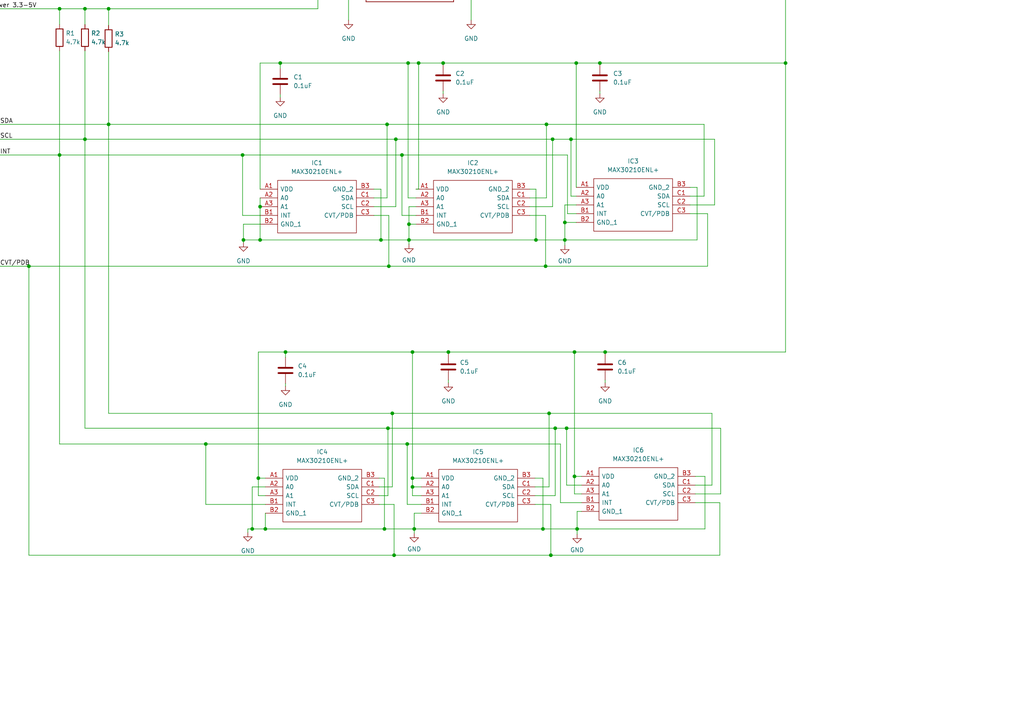
<source format=kicad_sch>
(kicad_sch (version 20230121) (generator eeschema)
  (paper "A4")
  (lib_symbols
    (symbol "Connector:Conn_01x03_Socket" (pin_names (offset 1.016) hide)
      (property "Reference" "J" (at 0 5.08 0))
      (property "Value" "Conn_01x03_Socket" (at 0 -5.08 0))
      (symbol "Conn_01x03_Socket_1_1"
        (arc (start 0 -2.032) (mid -0.5058 -2.54) (end 0 -3.048) (stroke (width 0.1524)))
        (polyline (pts (xy -1.27 -2.54) (xy -0.508 -2.54)) (stroke (width 0.1524)))
        (polyline (pts (xy -1.27 0) (xy -0.508 0)) (stroke (width 0.1524)))
        (polyline (pts (xy -1.27 2.54) (xy -0.508 2.54)) (stroke (width 0.1524)))
        (arc (start 0 0.508) (mid -0.5058 0) (end 0 -0.508) (stroke (width 0.1524)))
        (arc (start 0 3.048) (mid -0.5058 2.54) (end 0 2.032) (stroke (width 0.1524)))
        (pin passive line (at -5.08 2.54 0) (length 3.81) (name "Pin_1") (number "1"))
        (pin passive line (at -5.08 0 0) (length 3.81) (name "Pin_2") (number "2"))
        (pin passive line (at -5.08 -2.54 0) (length 3.81) (name "Pin_3") (number "3"))
      )
    )
    (symbol "Connector:Conn_01x04_Socket" (pin_names (offset 1.016) hide)
      (property "Reference" "J" (at 0 5.08 0))
      (property "Value" "Conn_01x04_Socket" (at 0 -7.62 0))
      (symbol "Conn_01x04_Socket_1_1"
        (arc (start 0 -4.572) (mid -0.5058 -5.08) (end 0 -5.588) (stroke (width 0.1524)))
        (arc (start 0 -2.032) (mid -0.5058 -2.54) (end 0 -3.048) (stroke (width 0.1524)))
        (polyline (pts (xy -1.27 -5.08) (xy -0.508 -5.08)) (stroke (width 0.1524)))
        (polyline (pts (xy -1.27 -2.54) (xy -0.508 -2.54)) (stroke (width 0.1524)))
        (polyline (pts (xy -1.27 0) (xy -0.508 0)) (stroke (width 0.1524)))
        (polyline (pts (xy -1.27 2.54) (xy -0.508 2.54)) (stroke (width 0.1524)))
        (arc (start 0 0.508) (mid -0.5058 0) (end 0 -0.508) (stroke (width 0.1524)))
        (arc (start 0 3.048) (mid -0.5058 2.54) (end 0 2.032) (stroke (width 0.1524)))
        (pin passive line (at -5.08 2.54 0) (length 3.81) (name "Pin_1") (number "1"))
        (pin passive line (at -5.08 0 0) (length 3.81) (name "Pin_2") (number "2"))
        (pin passive line (at -5.08 -2.54 0) (length 3.81) (name "Pin_3") (number "3"))
        (pin passive line (at -5.08 -5.08 0) (length 3.81) (name "Pin_4") (number "4"))
      )
    )
    (symbol "Device:C" (pin_numbers hide) (pin_names (offset 0.254))
      (property "Reference" "C" (at 0.635 2.54 0))
      (property "Value" "C" (at 0.635 -2.54 0))
      (symbol "C_0_1"
        (polyline (pts (xy -2.032 -0.762) (xy 2.032 -0.762)) (stroke (width 0.508)))
        (polyline (pts (xy -2.032 0.762) (xy 2.032 0.762)) (stroke (width 0.508)))
      )
      (symbol "C_1_1"
        (pin passive line (at 0 3.81 270) (length 2.794) (name "~") (number "1"))
        (pin passive line (at 0 -3.81 90) (length 2.794) (name "~") (number "2"))
      )
    )
    (symbol "Device:R" (pin_numbers hide) (pin_names (offset 0))
      (property "Reference" "R" (at 2.032 0 90))
      (property "Value" "R" (at 0 0 90))
      (symbol "R_0_1"
        (rectangle (start -1.016 -2.54) (end 1.016 2.54) (stroke (width 0.254)))
      )
      (symbol "R_1_1"
        (pin passive line (at 0 3.81 270) (length 1.27) (name "~") (number "1"))
        (pin passive line (at 0 -3.81 90) (length 1.27) (name "~") (number "2"))
      )
    )
    (symbol "MAX30210:MAX30210ENL+" (pin_names (offset 0.762))
      (property "Reference" "IC" (at 29.21 7.62 0))
      (property "Value" "MAX30210ENL+" (at 29.21 5.08 0))
      (symbol "MAX30210ENL+_0_0"
        (pin passive line (at 0 0 0) (length 5.08) (name "VDD") (number "A1"))
        (pin passive line (at 0 -2.54 0) (length 5.08) (name "A0") (number "A2"))
        (pin passive line (at 0 -5.08 0) (length 5.08) (name "A1") (number "A3"))
        (pin passive line (at 0 -7.62 0) (length 5.08) (name "INT") (number "B1"))
        (pin passive line (at 0 -10.16 0) (length 5.08) (name "GND_1") (number "B2"))
        (pin passive line (at 33.02 0 180) (length 5.08) (name "GND_2") (number "B3"))
        (pin passive line (at 33.02 -2.54 180) (length 5.08) (name "SDA") (number "C1"))
        (pin passive line (at 33.02 -5.08 180) (length 5.08) (name "SCL") (number "C2"))
        (pin passive line (at 33.02 -7.62 180) (length 5.08) (name "CVT/PDB") (number "C3"))
      )
      (symbol "MAX30210ENL+_0_1"
        (polyline (pts (xy 5.08 2.54) (xy 27.94 2.54) (xy 27.94 -12.7) (xy 5.08 -12.7) (xy 5.08 2.54)) (stroke (width 0.1524)))
      )
    )
    (symbol "TI_LDO_ TPS7A2018PDBVR:TPS7A2018PDBVR" (pin_names (offset 0.254))
      (property "Reference" "U" (at 0 2.54 0))
      (property "Value" "TPS7A2018PDBVR" (at 0 0 0))
      (symbol "TPS7A2018PDBVR_0_1"
        (polyline (pts (xy 5.08 -12.7) (xy 30.48 -12.7)) (stroke (width 0.2032)))
        (polyline (pts (xy 5.08 5.08) (xy 5.08 -12.7)) (stroke (width 0.2032)))
        (polyline (pts (xy 30.48 -12.7) (xy 30.48 5.08)) (stroke (width 0.2032)))
        (polyline (pts (xy 30.48 5.08) (xy 5.08 5.08)) (stroke (width 0.2032)))
        (pin power_in line (at 0 0 0) (length 5.08) (name "IN") (number "1"))
        (pin power_in line (at 35.56 -10.16 180) (length 5.08) (name "GND") (number "2"))
        (pin input line (at 0 -5.08 0) (length 5.08) (name "EN") (number "3"))
        (pin unspecified line (at 0 -10.16 0) (length 5.08) (name "NC") (number "4"))
        (pin unspecified line (at 35.56 0 180) (length 5.08) (name "OUT") (number "5"))
      )
    )
    (symbol "power:GND" (power) (pin_names (offset 0))
      (property "Value" "GND" (at 0 -3.81 0))
      (symbol "GND_0_1"
        (polyline (pts (xy 0 0) (xy 0 -1.27) (xy 1.27 -1.27) (xy 0 -2.54) (xy -1.27 -1.27) (xy 0 -1.27)))
      )
      (symbol "GND_1_1"
        (pin power_in line (at 0 0 270) (length 0) hide (name "GND") (number "1"))
      )
    )
  )
  (junction (at 121.412 18.288))
  (junction (at 157.48 153.416))
  (junction (at 114.3 161.036))
  (junction (at 24.638 2.54))
  (junction (at 118.618 69.596))
  (junction (at 24.638 40.386))
  (junction (at 167.132 18.288))
  (junction (at 120.142 153.416))
  (junction (at 110.49 69.596))
  (junction (at 163.83 69.596))
  (junction (at 159.258 119.888))
  (junction (at 163.83 64.516))
  (junction (at 166.624 138.176))
  (junction (at 96.52 -12.192))
  (junction (at 159.766 161.036))
  (junction (at 118.364 18.288))
  (junction (at 31.496 2.54))
  (junction (at 112.776 77.216))
  (junction (at 17.272 2.54))
  (junction (at 112.268 36.068))
  (junction (at 119.634 141.224))
  (junction (at 116.586 44.958))
  (junction (at 227.838 18.288))
  (junction (at 76.962 153.416))
  (junction (at 70.612 69.596))
  (junction (at 175.514 102.108))
  (junction (at 59.69 128.778))
  (junction (at 75.438 69.596))
  (junction (at 74.93 138.684))
  (junction (at 164.338 124.206))
  (junction (at 160.274 40.386))
  (junction (at 128.524 18.288))
  (junction (at 165.608 40.386))
  (junction (at 173.99 18.288))
  (junction (at 119.634 102.108))
  (junction (at 167.386 153.416))
  (junction (at 114.808 40.386))
  (junction (at 113.792 119.888))
  (junction (at 158.242 77.216))
  (junction (at 140.208 -12.192))
  (junction (at 75.438 59.944))
  (junction (at 166.624 102.108))
  (junction (at 118.618 65.024))
  (junction (at 158.496 36.068))
  (junction (at 111.506 153.416))
  (junction (at 118.11 128.778))
  (junction (at 31.496 36.068))
  (junction (at 17.272 44.958))
  (junction (at 70.358 44.958))
  (junction (at 73.152 153.416))
  (junction (at 81.28 18.288))
  (junction (at 112.522 124.206))
  (junction (at 130.048 102.108))
  (junction (at 161.036 124.206))
  (junction (at 8.382 77.216))
  (junction (at 119.634 138.684))
  (junction (at 155.448 69.596))
  (junction (at 82.804 102.108))
  (wire (pts (xy 158.496 57.404) (xy 153.67 57.404)))
  (wire (pts (xy 112.522 124.206) (xy 161.036 124.206)))
  (wire (pts (xy 70.358 62.484) (xy 75.438 62.484)))
  (wire (pts (xy 96.52 -20.574) (xy 96.52 -19.812)))
  (wire (pts (xy 201.676 138.176) (xy 204.47 138.176)))
  (wire (pts (xy 71.882 153.416) (xy 71.882 154.432)))
  (wire (pts (xy 128.524 26.416) (xy 128.524 27.178)))
  (wire (pts (xy 75.438 18.288) (xy 81.28 18.288)))
  (wire (pts (xy 75.438 57.404) (xy 75.438 59.944)))
  (wire (pts (xy 114.808 40.386) (xy 160.274 40.386)))
  (wire (pts (xy 70.612 69.596) (xy 70.612 70.358)))
  (wire (pts (xy 92.202 2.54) (xy 92.202 -12.192)))
  (wire (pts (xy 155.448 54.864) (xy 155.448 69.596)))
  (wire (pts (xy 158.496 36.068) (xy 158.496 57.404)))
  (wire (pts (xy 76.962 141.224) (xy 73.152 141.224)))
  (wire (pts (xy 17.272 44.958) (xy 17.272 128.778)))
  (wire (pts (xy 101.092 -2.032) (xy 101.092 5.842)))
  (wire (pts (xy 120.142 153.416) (xy 157.48 153.416)))
  (wire (pts (xy 161.036 124.206) (xy 164.338 124.206)))
  (wire (pts (xy 159.258 119.888) (xy 206.502 119.888)))
  (wire (pts (xy 130.048 102.108) (xy 130.048 102.616)))
  (wire (pts (xy 76.962 146.304) (xy 59.69 146.304)))
  (wire (pts (xy 167.386 153.416) (xy 167.386 148.336)))
  (wire (pts (xy 8.382 77.216) (xy 112.776 77.216)))
  (wire (pts (xy 76.962 153.416) (xy 111.506 153.416)))
  (wire (pts (xy 120.65 62.484) (xy 116.586 62.484)))
  (wire (pts (xy 109.982 138.684) (xy 111.506 138.684)))
  (wire (pts (xy 73.152 141.224) (xy 73.152 153.416)))
  (wire (pts (xy 111.506 153.416) (xy 120.142 153.416)))
  (wire (pts (xy 205.232 61.976) (xy 200.152 61.976)))
  (wire (pts (xy 114.3 161.036) (xy 159.766 161.036)))
  (wire (pts (xy 163.83 59.436) (xy 167.132 59.436)))
  (wire (pts (xy 160.274 40.386) (xy 160.274 59.944)))
  (wire (pts (xy 165.608 40.386) (xy 207.264 40.386)))
  (wire (pts (xy 74.93 102.108) (xy 82.804 102.108)))
  (wire (pts (xy 109.982 146.304) (xy 114.3 146.304)))
  (wire (pts (xy 158.496 36.068) (xy 204.216 36.068)))
  (wire (pts (xy 155.448 69.596) (xy 163.83 69.596)))
  (wire (pts (xy 108.458 59.944) (xy 114.808 59.944)))
  (wire (pts (xy 175.514 110.236) (xy 175.514 110.998)))
  (wire (pts (xy 206.502 140.716) (xy 206.502 119.888)))
  (wire (pts (xy 175.514 102.108) (xy 227.838 102.108)))
  (wire (pts (xy 204.47 138.176) (xy 204.47 153.416)))
  (wire (pts (xy 118.11 146.304) (xy 118.11 128.778)))
  (wire (pts (xy 128.524 18.288) (xy 128.524 18.796)))
  (wire (pts (xy 166.624 143.256) (xy 168.656 143.256)))
  (wire (pts (xy 8.382 77.216) (xy 8.382 161.036)))
  (wire (pts (xy 74.93 143.764) (xy 76.962 143.764)))
  (wire (pts (xy 75.438 59.944) (xy 75.438 69.596)))
  (wire (pts (xy 112.776 77.216) (xy 158.242 77.216)))
  (wire (pts (xy 159.258 119.888) (xy 159.258 141.224)))
  (wire (pts (xy 157.48 138.684) (xy 157.48 153.416)))
  (wire (pts (xy 155.194 138.684) (xy 157.48 138.684)))
  (wire (pts (xy 205.232 61.976) (xy 205.232 77.216)))
  (wire (pts (xy 119.634 102.108) (xy 119.634 138.684)))
  (wire (pts (xy 70.612 69.596) (xy 75.438 69.596)))
  (wire (pts (xy 201.676 143.256) (xy 209.042 143.256)))
  (wire (pts (xy 207.264 40.386) (xy 207.264 59.436)))
  (wire (pts (xy 166.624 138.176) (xy 166.624 143.256)))
  (wire (pts (xy 159.766 146.304) (xy 159.766 161.036)))
  (wire (pts (xy 128.524 18.288) (xy 167.132 18.288)))
  (wire (pts (xy 136.652 -12.192) (xy 140.208 -12.192)))
  (wire (pts (xy 82.804 102.108) (xy 82.804 103.632)))
  (wire (pts (xy 227.838 -12.192) (xy 227.838 18.288)))
  (wire (pts (xy 153.67 59.944) (xy 160.274 59.944)))
  (wire (pts (xy 165.608 56.896) (xy 167.132 56.896)))
  (wire (pts (xy 114.3 146.304) (xy 114.3 161.036)))
  (wire (pts (xy 118.618 69.596) (xy 155.448 69.596)))
  (wire (pts (xy 81.28 18.288) (xy 81.28 19.812)))
  (wire (pts (xy 121.412 18.288) (xy 121.412 54.864)))
  (wire (pts (xy 173.99 26.416) (xy 173.99 27.178)))
  (wire (pts (xy 158.242 62.484) (xy 158.242 77.216)))
  (wire (pts (xy 81.28 18.288) (xy 118.364 18.288)))
  (wire (pts (xy 24.638 2.54) (xy 24.638 7.112)))
  (wire (pts (xy 155.194 143.764) (xy 161.036 143.764)))
  (wire (pts (xy 208.788 145.796) (xy 201.676 145.796)))
  (wire (pts (xy 163.83 69.596) (xy 163.83 71.12)))
  (wire (pts (xy 70.358 44.958) (xy 116.586 44.958)))
  (wire (pts (xy 31.496 14.986) (xy 31.496 36.068)))
  (wire (pts (xy 70.612 65.024) (xy 70.612 69.596)))
  (wire (pts (xy 204.216 56.896) (xy 204.216 36.068)))
  (wire (pts (xy 159.766 161.036) (xy 208.788 161.036)))
  (wire (pts (xy 24.638 40.386) (xy 114.808 40.386)))
  (wire (pts (xy 24.638 2.54) (xy 31.496 2.54)))
  (wire (pts (xy 118.618 65.024) (xy 120.65 65.024)))
  (wire (pts (xy 110.49 69.596) (xy 118.618 69.596)))
  (wire (pts (xy 59.69 128.778) (xy 118.11 128.778)))
  (wire (pts (xy 122.174 146.304) (xy 118.11 146.304)))
  (wire (pts (xy 118.11 128.778) (xy 162.56 128.778)))
  (wire (pts (xy 159.766 146.304) (xy 155.194 146.304)))
  (wire (pts (xy 82.804 102.108) (xy 119.634 102.108)))
  (wire (pts (xy 73.152 153.416) (xy 76.962 153.416)))
  (wire (pts (xy 71.882 153.416) (xy 73.152 153.416)))
  (wire (pts (xy 227.838 102.108) (xy 227.838 18.288)))
  (wire (pts (xy 70.358 44.958) (xy 70.358 62.484)))
  (wire (pts (xy 130.048 102.108) (xy 166.624 102.108)))
  (wire (pts (xy 166.624 102.108) (xy 175.514 102.108)))
  (wire (pts (xy 164.338 140.716) (xy 164.338 124.206)))
  (wire (pts (xy 163.83 69.596) (xy 202.184 69.596)))
  (wire (pts (xy 17.272 128.778) (xy 59.69 128.778)))
  (wire (pts (xy 118.364 18.288) (xy 121.412 18.288)))
  (wire (pts (xy 114.808 40.386) (xy 114.808 59.944)))
  (wire (pts (xy 167.132 18.288) (xy 173.99 18.288)))
  (wire (pts (xy 119.634 138.684) (xy 119.634 141.224)))
  (wire (pts (xy 200.152 59.436) (xy 207.264 59.436)))
  (wire (pts (xy 173.99 18.288) (xy 227.838 18.288)))
  (wire (pts (xy 31.496 36.068) (xy 31.496 119.888)))
  (wire (pts (xy 17.272 44.958) (xy 70.358 44.958)))
  (wire (pts (xy 120.142 148.844) (xy 122.174 148.844)))
  (wire (pts (xy 208.788 161.036) (xy 208.788 145.796)))
  (wire (pts (xy 209.042 143.256) (xy 209.042 124.206)))
  (wire (pts (xy 122.174 143.764) (xy 119.634 143.764)))
  (wire (pts (xy 118.618 65.024) (xy 118.618 69.596)))
  (wire (pts (xy 164.338 124.206) (xy 209.042 124.206)))
  (wire (pts (xy 120.142 154.686) (xy 120.142 153.416)))
  (wire (pts (xy 0 36.068) (xy 31.496 36.068)))
  (wire (pts (xy 59.69 146.304) (xy 59.69 128.778)))
  (wire (pts (xy 121.412 18.288) (xy 128.524 18.288)))
  (wire (pts (xy 113.792 141.224) (xy 113.792 119.888)))
  (wire (pts (xy 70.612 65.024) (xy 75.438 65.024)))
  (wire (pts (xy 160.274 40.386) (xy 165.608 40.386)))
  (wire (pts (xy 200.152 54.356) (xy 202.184 54.356)))
  (wire (pts (xy 75.438 18.288) (xy 75.438 54.864)))
  (wire (pts (xy 31.496 2.54) (xy 31.496 7.366)))
  (wire (pts (xy 119.634 143.764) (xy 119.634 141.224)))
  (wire (pts (xy 118.618 70.866) (xy 118.618 69.596)))
  (wire (pts (xy 120.65 57.404) (xy 118.364 57.404)))
  (wire (pts (xy 0 77.216) (xy 8.382 77.216)))
  (wire (pts (xy 165.608 56.896) (xy 165.608 40.386)))
  (wire (pts (xy 74.93 102.108) (xy 74.93 138.684)))
  (wire (pts (xy 118.618 59.944) (xy 118.618 65.024)))
  (wire (pts (xy 116.586 44.958) (xy 164.592 44.958)))
  (wire (pts (xy 130.048 110.236) (xy 130.048 110.998)))
  (wire (pts (xy 166.624 138.176) (xy 168.656 138.176)))
  (wire (pts (xy 116.586 62.484) (xy 116.586 44.958)))
  (wire (pts (xy 0 44.958) (xy 17.272 44.958)))
  (wire (pts (xy 31.496 36.068) (xy 112.268 36.068)))
  (wire (pts (xy 74.93 138.684) (xy 74.93 143.764)))
  (wire (pts (xy 108.458 62.484) (xy 112.776 62.484)))
  (wire (pts (xy 17.272 2.54) (xy 24.638 2.54)))
  (wire (pts (xy 167.386 154.94) (xy 167.386 153.416)))
  (wire (pts (xy 173.99 18.288) (xy 173.99 18.796)))
  (wire (pts (xy 96.52 -12.192) (xy 101.092 -12.192)))
  (wire (pts (xy 153.67 54.864) (xy 155.448 54.864)))
  (wire (pts (xy 162.56 128.778) (xy 162.56 145.796)))
  (wire (pts (xy 120.142 153.416) (xy 120.142 148.844)))
  (wire (pts (xy 167.386 153.416) (xy 204.47 153.416)))
  (wire (pts (xy 167.132 18.288) (xy 167.132 54.356)))
  (wire (pts (xy 112.776 62.484) (xy 112.776 77.216)))
  (wire (pts (xy 31.496 2.54) (xy 92.202 2.54)))
  (wire (pts (xy 24.638 14.732) (xy 24.638 40.386)))
  (wire (pts (xy 175.514 102.108) (xy 175.514 102.616)))
  (wire (pts (xy 118.618 59.944) (xy 120.65 59.944)))
  (wire (pts (xy 164.338 140.716) (xy 168.656 140.716)))
  (wire (pts (xy 118.364 57.404) (xy 118.364 18.288)))
  (wire (pts (xy 201.676 140.716) (xy 206.502 140.716)))
  (wire (pts (xy 163.83 64.516) (xy 163.83 69.596)))
  (wire (pts (xy 163.83 64.516) (xy 167.132 64.516)))
  (wire (pts (xy 17.272 2.54) (xy 17.272 7.112)))
  (wire (pts (xy 75.438 69.596) (xy 110.49 69.596)))
  (wire (pts (xy 24.638 40.386) (xy 24.638 124.206)))
  (wire (pts (xy 81.28 27.432) (xy 81.28 28.194)))
  (wire (pts (xy 159.258 141.224) (xy 155.194 141.224)))
  (wire (pts (xy 136.652 -2.032) (xy 136.652 5.842)))
  (wire (pts (xy 112.522 124.206) (xy 112.522 143.764)))
  (wire (pts (xy 112.268 36.068) (xy 158.496 36.068)))
  (wire (pts (xy 164.592 61.976) (xy 167.132 61.976)))
  (wire (pts (xy -3.048 2.54) (xy 17.272 2.54)))
  (wire (pts (xy 119.634 102.108) (xy 130.048 102.108)))
  (wire (pts (xy 109.982 141.224) (xy 113.792 141.224)))
  (wire (pts (xy 140.208 -12.192) (xy 227.838 -12.192)))
  (wire (pts (xy 164.592 44.958) (xy 164.592 61.976)))
  (wire (pts (xy 158.242 62.484) (xy 153.67 62.484)))
  (wire (pts (xy 140.208 -20.574) (xy 140.208 -19.812)))
  (wire (pts (xy 110.49 54.864) (xy 110.49 69.596)))
  (wire (pts (xy 122.174 141.224) (xy 119.634 141.224)))
  (wire (pts (xy 109.982 143.764) (xy 112.522 143.764)))
  (wire (pts (xy 157.48 153.416) (xy 167.386 153.416)))
  (wire (pts (xy 119.634 138.684) (xy 122.174 138.684)))
  (wire (pts (xy 200.152 56.896) (xy 204.216 56.896)))
  (wire (pts (xy 108.458 57.404) (xy 112.268 57.404)))
  (wire (pts (xy 17.272 14.732) (xy 17.272 44.958)))
  (wire (pts (xy 108.458 54.864) (xy 110.49 54.864)))
  (wire (pts (xy 74.93 138.684) (xy 76.962 138.684)))
  (wire (pts (xy 8.382 161.036) (xy 114.3 161.036)))
  (wire (pts (xy 202.184 54.356) (xy 202.184 69.596)))
  (wire (pts (xy 162.56 145.796) (xy 168.656 145.796)))
  (wire (pts (xy 113.792 119.888) (xy 159.258 119.888)))
  (wire (pts (xy 82.804 111.252) (xy 82.804 112.014)))
  (wire (pts (xy 161.036 143.764) (xy 161.036 124.206)))
  (wire (pts (xy 76.962 148.844) (xy 76.962 153.416)))
  (wire (pts (xy 92.202 -12.192) (xy 96.52 -12.192)))
  (wire (pts (xy 111.506 138.684) (xy 111.506 153.416)))
  (wire (pts (xy 166.624 102.108) (xy 166.624 138.176)))
  (wire (pts (xy 112.268 57.404) (xy 112.268 36.068)))
  (wire (pts (xy 31.496 119.888) (xy 113.792 119.888)))
  (wire (pts (xy 163.83 59.436) (xy 163.83 64.516)))
  (wire (pts (xy 121.412 54.864) (xy 120.65 54.864)))
  (wire (pts (xy 0 40.386) (xy 24.638 40.386)))
  (wire (pts (xy 167.386 148.336) (xy 168.656 148.336)))
  (wire (pts (xy 24.638 124.206) (xy 112.522 124.206)))
  (wire (pts (xy 158.242 77.216) (xy 205.232 77.216)))
  (label "INT" (at -18.542 67.31 0))
  (label "INT" (at 0 44.958 0))
  (label "CVT{slash}PDB" (at -18.542 69.85 0))
  (label "SCL" (at 0 40.386 0))
  (label "ENABLE" (at 101.092 -7.112 180))
  (label "Power 3.3-5V" (at -3.048 2.54 0))
  (label "Power 3.3-5V" (at -19.304 43.688 0))
  (label "SDA" (at -19.304 41.148 0))
  (label "SDA" (at 0 36.068 0))
  (label "SCL" (at -19.304 38.608 0))
  (label "ENABLE" (at -18.542 64.77 0))
  (label "GND" (at -19.304 46.228 0))
  (label "CVT{slash}PDB" (at 0 77.216 0))
  (symbol (lib_id "Device:C") (at 140.208 -16.002 180) (unit 1)
    (property "Reference" "C8" (at 143.51 -17.272 0) (effects (justify right)))
    (property "Value" "1.0uF" (at 143.51 -14.732 0) (effects (justify right)))
  )
  (symbol (lib_id "MAX30210:MAX30210ENL+") (at 168.656 138.176 0) (unit 1)
    (property "Reference" "IC6" (at 185.166 130.556 0))
    (property "Value" "MAX30210ENL+" (at 185.166 133.096 0))
    (property "Footprint" "BGA9C30P3X3_97X97X50" (effects hide))
    (property "Datasheet" "http://www.maximintegrated.com/MAX30210" (effects hide))
    (property "Description" "Accurate, Ultra-Small, Low-Power I2C Digital Temperature Sensor" (effects hide))
    (property "Height" "0.5" (effects hide))
    (property "Manufacturer_Name" "Analog Devices" (effects hide))
    (property "Manufacturer_Part_Number" "MAX30210ENL+" (effects hide))
  )
  (symbol (lib_id "power:GND") (at 175.514 110.998 0) (unit 1)
    (property "Reference" "#PWR012" (effects hide))
    (property "Value" "GND" (at 175.514 116.332 0))
  )
  (symbol (lib_id "Connector:Conn_01x04_Socket") (at -24.384 43.688 180) (unit 1)
    (property "Reference" "J1" (at -23.749 33.528 0))
    (property "Value" "Conn_01x04_Socket" (at -23.749 36.068 0))
  )
  (symbol (lib_id "power:GND") (at 173.99 27.178 0) (unit 1)
    (property "Reference" "#PWR06" (effects hide))
    (property "Value" "GND" (at 173.99 32.512 0))
  )
  (symbol (lib_id "power:GND") (at 163.83 71.12 0) (unit 1)
    (property "Reference" "#PWR03" (effects hide))
    (property "Value" "GND" (at 163.83 75.692 0))
  )
  (symbol (lib_id "power:GND") (at 82.804 112.014 0) (unit 1)
    (property "Reference" "#PWR08" (effects hide))
    (property "Value" "GND" (at 82.804 117.348 0))
  )
  (symbol (lib_id "power:GND") (at 101.092 5.842 0) (unit 1)
    (property "Reference" "#PWR014" (effects hide))
    (property "Value" "GND" (at 101.092 11.176 0))
  )
  (symbol (lib_id "power:GND") (at 120.142 154.686 0) (unit 1)
    (property "Reference" "#PWR09" (effects hide))
    (property "Value" "GND" (at 120.142 159.258 0))
  )
  (symbol (lib_id "Device:C") (at 130.048 106.426 0) (unit 1)
    (property "Reference" "C5" (at 133.35 105.156 0) (effects (justify left)))
    (property "Value" "0.1uF" (at 133.35 107.696 0) (effects (justify left)))
  )
  (symbol (lib_id "Device:C") (at 128.524 22.606 0) (unit 1)
    (property "Reference" "C2" (at 132.08 21.336 0) (effects (justify left)))
    (property "Value" "0.1uF" (at 132.08 23.876 0) (effects (justify left)))
  )
  (symbol (lib_id "Device:R") (at 17.272 10.922 0) (unit 1)
    (property "Reference" "R1" (at 19.05 9.652 0) (effects (justify left)))
    (property "Value" "4.7k" (at 19.05 12.192 0) (effects (justify left)))
  )
  (symbol (lib_id "Device:C") (at 173.99 22.606 0) (unit 1)
    (property "Reference" "C3" (at 177.8 21.336 0) (effects (justify left)))
    (property "Value" "0.1uF" (at 177.8 23.876 0) (effects (justify left)))
  )
  (symbol (lib_id "Device:C") (at 82.804 107.442 0) (unit 1)
    (property "Reference" "C4" (at 86.36 106.172 0) (effects (justify left)))
    (property "Value" "0.1uF" (at 86.36 108.712 0) (effects (justify left)))
  )
  (symbol (lib_id "MAX30210:MAX30210ENL+") (at 120.65 54.864 0) (unit 1)
    (property "Reference" "IC2" (at 137.16 47.244 0))
    (property "Value" "MAX30210ENL+" (at 137.16 49.784 0))
    (property "Footprint" "BGA9C30P3X3_97X97X50" (effects hide))
    (property "Datasheet" "http://www.maximintegrated.com/MAX30210" (effects hide))
    (property "Description" "Accurate, Ultra-Small, Low-Power I2C Digital Temperature Sensor" (effects hide))
    (property "Height" "0.5" (effects hide))
    (property "Manufacturer_Name" "Analog Devices" (effects hide))
    (property "Manufacturer_Part_Number" "MAX30210ENL+" (effects hide))
  )
  (symbol (lib_id "power:GND") (at 140.208 -20.574 180) (unit 1)
    (property "Reference" "#PWR016" (effects hide))
    (property "Value" "GND" (at 140.208 -25.908 0))
  )
  (symbol (lib_id "MAX30210:MAX30210ENL+") (at 122.174 138.684 0) (unit 1)
    (property "Reference" "IC5" (at 138.684 131.064 0))
    (property "Value" "MAX30210ENL+" (at 138.684 133.604 0))
    (property "Footprint" "BGA9C30P3X3_97X97X50" (effects hide))
    (property "Datasheet" "http://www.maximintegrated.com/MAX30210" (effects hide))
    (property "Description" "Accurate, Ultra-Small, Low-Power I2C Digital Temperature Sensor" (effects hide))
    (property "Height" "0.5" (effects hide))
    (property "Manufacturer_Name" "Analog Devices" (effects hide))
    (property "Manufacturer_Part_Number" "MAX30210ENL+" (effects hide))
  )
  (symbol (lib_id "Device:C") (at 96.52 -16.002 180) (unit 1)
    (property "Reference" "C7" (at 100.33 -17.272 0) (effects (justify right)))
    (property "Value" "1.0uF" (at 100.33 -14.732 0) (effects (justify right)))
  )
  (symbol (lib_id "Connector:Conn_01x03_Socket") (at -23.622 67.31 180) (unit 1)
    (property "Reference" "J3" (effects hide))
    (property "Value" "Conn_01x03_Socket" (at -22.987 61.468 0))
  )
  (symbol (lib_id "Device:R") (at 24.638 10.922 0) (unit 1)
    (property "Reference" "R2" (at 26.416 9.652 0) (effects (justify left)))
    (property "Value" "4.7k" (at 26.416 12.192 0) (effects (justify left)))
  )
  (symbol (lib_id "power:GND") (at 96.52 -20.574 180) (unit 1)
    (property "Reference" "#PWR015" (effects hide))
    (property "Value" "GND" (at 96.52 -25.908 0))
  )
  (symbol (lib_id "power:GND") (at 130.048 110.998 0) (unit 1)
    (property "Reference" "#PWR010" (effects hide))
    (property "Value" "GND" (at 130.048 116.332 0))
  )
  (symbol (lib_id "power:GND") (at 128.524 27.178 0) (unit 1)
    (property "Reference" "#PWR05" (effects hide))
    (property "Value" "GND" (at 128.524 32.512 0))
  )
  (symbol (lib_id "power:GND") (at 136.652 5.842 0) (unit 1)
    (property "Reference" "#PWR013" (effects hide))
    (property "Value" "GND" (at 136.652 11.176 0))
  )
  (symbol (lib_id "MAX30210:MAX30210ENL+") (at 76.962 138.684 0) (unit 1)
    (property "Reference" "IC4" (at 93.472 131.064 0))
    (property "Value" "MAX30210ENL+" (at 93.472 133.604 0))
    (property "Footprint" "BGA9C30P3X3_97X97X50" (effects hide))
    (property "Datasheet" "http://www.maximintegrated.com/MAX30210" (effects hide))
    (property "Description" "Accurate, Ultra-Small, Low-Power I2C Digital Temperature Sensor" (effects hide))
    (property "Height" "0.5" (effects hide))
    (property "Manufacturer_Name" "Analog Devices" (effects hide))
    (property "Manufacturer_Part_Number" "MAX30210ENL+" (effects hide))
  )
  (symbol (lib_id "Device:C") (at 81.28 23.622 0) (unit 1)
    (property "Reference" "C1" (at 85.09 22.352 0) (effects (justify left)))
    (property "Value" "0.1uF" (at 85.09 24.892 0) (effects (justify left)))
  )
  (symbol (lib_id "power:GND") (at 71.882 154.432 0) (unit 1)
    (property "Reference" "#PWR07" (effects hide))
    (property "Value" "GND" (at 71.882 159.766 0))
  )
  (symbol (lib_id "TI_LDO_ TPS7A2018PDBVR:TPS7A2018PDBVR") (at 101.092 -12.192 0) (unit 1)
    (property "Reference" "U1" (at 118.872 -21.844 0) (effects (font (size 1.524 1.524))))
    (property "Value" "TPS7A2018PDBVR" (at 118.872 -19.304 0) (effects (font (size 1.524 1.524))))
    (property "Footprint" "DBV0005A-IPC_A" (effects hide))
    (property "Datasheet" "TPS7A2018PDBVR" (effects hide))
  )
  (symbol (lib_id "power:GND") (at 81.28 28.194 0) (unit 1)
    (property "Reference" "#PWR04" (effects hide))
    (property "Value" "GND" (at 81.28 33.528 0))
  )
  (symbol (lib_id "MAX30210:MAX30210ENL+") (at 167.132 54.356 0) (unit 1)
    (property "Reference" "IC3" (at 183.642 46.736 0))
    (property "Value" "MAX30210ENL+" (at 183.642 49.276 0))
    (property "Footprint" "BGA9C30P3X3_97X97X50" (effects hide))
    (property "Datasheet" "http://www.maximintegrated.com/MAX30210" (effects hide))
    (property "Description" "Accurate, Ultra-Small, Low-Power I2C Digital Temperature Sensor" (effects hide))
    (property "Height" "0.5" (effects hide))
    (property "Manufacturer_Name" "Analog Devices" (effects hide))
    (property "Manufacturer_Part_Number" "MAX30210ENL+" (effects hide))
  )
  (symbol (lib_id "power:GND") (at 167.386 154.94 0) (unit 1)
    (property "Reference" "#PWR011" (effects hide))
    (property "Value" "GND" (at 167.386 159.512 0))
  )
  (symbol (lib_id "power:GND") (at 118.618 70.866 0) (unit 1)
    (property "Reference" "#PWR02" (effects hide))
    (property "Value" "GND" (at 118.618 75.438 0))
  )
  (symbol (lib_id "MAX30210:MAX30210ENL+") (at 75.438 54.864 0) (unit 1)
    (property "Reference" "IC1" (at 91.948 47.244 0))
    (property "Value" "MAX30210ENL+" (at 91.948 49.784 0))
    (property "Footprint" "BGA9C30P3X3_97X97X50" (effects hide))
    (property "Datasheet" "http://www.maximintegrated.com/MAX30210" (effects hide))
    (property "Description" "Accurate, Ultra-Small, Low-Power I2C Digital Temperature Sensor" (effects hide))
    (property "Height" "0.5" (effects hide))
    (property "Manufacturer_Name" "Analog Devices" (effects hide))
    (property "Manufacturer_Part_Number" "MAX30210ENL+" (effects hide))
  )
  (symbol (lib_id "Device:R") (at 31.496 11.176 0) (unit 1)
    (property "Reference" "R3" (at 33.274 9.906 0) (effects (justify left)))
    (property "Value" "4.7k" (at 33.274 12.446 0) (effects (justify left)))
  )
  (symbol (lib_id "power:GND") (at 70.612 70.358 0) (unit 1)
    (property "Reference" "#PWR01" (effects hide))
    (property "Value" "GND" (at 70.612 75.692 0))
  )
  (symbol (lib_id "Device:C") (at 175.514 106.426 0) (unit 1)
    (property "Reference" "C6" (at 179.07 105.156 0) (effects (justify left)))
    (property "Value" "0.1uF" (at 179.07 107.696 0) (effects (justify left)))
  )
)
</source>
